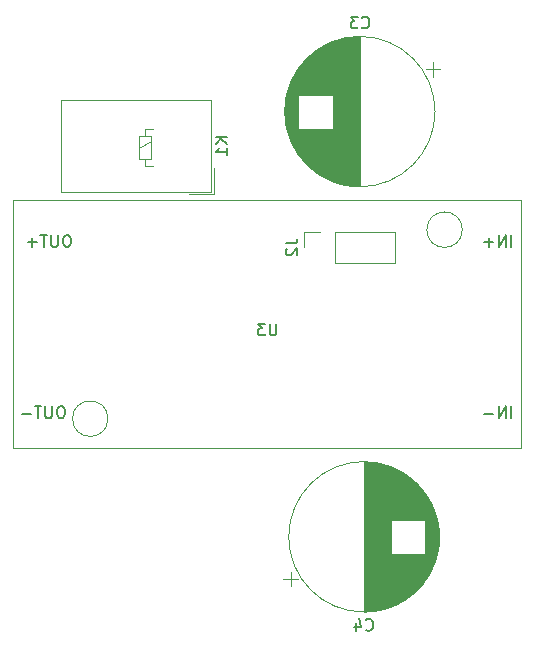
<source format=gbo>
G04 #@! TF.GenerationSoftware,KiCad,Pcbnew,(6.0.1)*
G04 #@! TF.CreationDate,2022-02-25T16:24:57+09:00*
G04 #@! TF.ProjectId,kick-drib-2,6b69636b-2d64-4726-9962-2d322e6b6963,V1.1*
G04 #@! TF.SameCoordinates,Original*
G04 #@! TF.FileFunction,Legend,Bot*
G04 #@! TF.FilePolarity,Positive*
%FSLAX46Y46*%
G04 Gerber Fmt 4.6, Leading zero omitted, Abs format (unit mm)*
G04 Created by KiCad (PCBNEW (6.0.1)) date 2022-02-25 16:24:57*
%MOMM*%
%LPD*%
G01*
G04 APERTURE LIST*
%ADD10C,0.150000*%
%ADD11C,0.120000*%
G04 APERTURE END LIST*
D10*
X83342666Y-140857142D02*
X83390285Y-140904761D01*
X83533142Y-140952380D01*
X83628380Y-140952380D01*
X83771238Y-140904761D01*
X83866476Y-140809523D01*
X83914095Y-140714285D01*
X83961714Y-140523809D01*
X83961714Y-140380952D01*
X83914095Y-140190476D01*
X83866476Y-140095238D01*
X83771238Y-140000000D01*
X83628380Y-139952380D01*
X83533142Y-139952380D01*
X83390285Y-140000000D01*
X83342666Y-140047619D01*
X82485523Y-140285714D02*
X82485523Y-140952380D01*
X82723619Y-139904761D02*
X82961714Y-140619047D01*
X82342666Y-140619047D01*
X75761904Y-114952380D02*
X75761904Y-115761904D01*
X75714285Y-115857142D01*
X75666666Y-115904761D01*
X75571428Y-115952380D01*
X75380952Y-115952380D01*
X75285714Y-115904761D01*
X75238095Y-115857142D01*
X75190476Y-115761904D01*
X75190476Y-114952380D01*
X74809523Y-114952380D02*
X74190476Y-114952380D01*
X74523809Y-115333333D01*
X74380952Y-115333333D01*
X74285714Y-115380952D01*
X74238095Y-115428571D01*
X74190476Y-115523809D01*
X74190476Y-115761904D01*
X74238095Y-115857142D01*
X74285714Y-115904761D01*
X74380952Y-115952380D01*
X74666666Y-115952380D01*
X74761904Y-115904761D01*
X74809523Y-115857142D01*
X57619047Y-121952380D02*
X57428571Y-121952380D01*
X57333333Y-122000000D01*
X57238095Y-122095238D01*
X57190476Y-122285714D01*
X57190476Y-122619047D01*
X57238095Y-122809523D01*
X57333333Y-122904761D01*
X57428571Y-122952380D01*
X57619047Y-122952380D01*
X57714285Y-122904761D01*
X57809523Y-122809523D01*
X57857142Y-122619047D01*
X57857142Y-122285714D01*
X57809523Y-122095238D01*
X57714285Y-122000000D01*
X57619047Y-121952380D01*
X56761904Y-121952380D02*
X56761904Y-122761904D01*
X56714285Y-122857142D01*
X56666666Y-122904761D01*
X56571428Y-122952380D01*
X56380952Y-122952380D01*
X56285714Y-122904761D01*
X56238095Y-122857142D01*
X56190476Y-122761904D01*
X56190476Y-121952380D01*
X55857142Y-121952380D02*
X55285714Y-121952380D01*
X55571428Y-122952380D02*
X55571428Y-121952380D01*
X54952380Y-122571428D02*
X54190476Y-122571428D01*
X95642857Y-122952380D02*
X95642857Y-121952380D01*
X95166666Y-122952380D02*
X95166666Y-121952380D01*
X94595238Y-122952380D01*
X94595238Y-121952380D01*
X94119047Y-122571428D02*
X93357142Y-122571428D01*
X95642857Y-108452380D02*
X95642857Y-107452380D01*
X95166666Y-108452380D02*
X95166666Y-107452380D01*
X94595238Y-108452380D01*
X94595238Y-107452380D01*
X94119047Y-108071428D02*
X93357142Y-108071428D01*
X93738095Y-108452380D02*
X93738095Y-107690476D01*
X58119047Y-107452380D02*
X57928571Y-107452380D01*
X57833333Y-107500000D01*
X57738095Y-107595238D01*
X57690476Y-107785714D01*
X57690476Y-108119047D01*
X57738095Y-108309523D01*
X57833333Y-108404761D01*
X57928571Y-108452380D01*
X58119047Y-108452380D01*
X58214285Y-108404761D01*
X58309523Y-108309523D01*
X58357142Y-108119047D01*
X58357142Y-107785714D01*
X58309523Y-107595238D01*
X58214285Y-107500000D01*
X58119047Y-107452380D01*
X57261904Y-107452380D02*
X57261904Y-108261904D01*
X57214285Y-108357142D01*
X57166666Y-108404761D01*
X57071428Y-108452380D01*
X56880952Y-108452380D01*
X56785714Y-108404761D01*
X56738095Y-108357142D01*
X56690476Y-108261904D01*
X56690476Y-107452380D01*
X56357142Y-107452380D02*
X55785714Y-107452380D01*
X56071428Y-108452380D02*
X56071428Y-107452380D01*
X55452380Y-108071428D02*
X54690476Y-108071428D01*
X55071428Y-108452380D02*
X55071428Y-107690476D01*
X71609880Y-99169404D02*
X70609880Y-99169404D01*
X71609880Y-99740833D02*
X71038452Y-99312261D01*
X70609880Y-99740833D02*
X71181309Y-99169404D01*
X71609880Y-100693214D02*
X71609880Y-100121785D01*
X71609880Y-100407500D02*
X70609880Y-100407500D01*
X70752738Y-100312261D01*
X70847976Y-100217023D01*
X70895595Y-100121785D01*
X82990666Y-89857142D02*
X83038285Y-89904761D01*
X83181142Y-89952380D01*
X83276380Y-89952380D01*
X83419238Y-89904761D01*
X83514476Y-89809523D01*
X83562095Y-89714285D01*
X83609714Y-89523809D01*
X83609714Y-89380952D01*
X83562095Y-89190476D01*
X83514476Y-89095238D01*
X83419238Y-89000000D01*
X83276380Y-88952380D01*
X83181142Y-88952380D01*
X83038285Y-89000000D01*
X82990666Y-89047619D01*
X82657333Y-88952380D02*
X82038285Y-88952380D01*
X82371619Y-89333333D01*
X82228761Y-89333333D01*
X82133523Y-89380952D01*
X82085904Y-89428571D01*
X82038285Y-89523809D01*
X82038285Y-89761904D01*
X82085904Y-89857142D01*
X82133523Y-89904761D01*
X82228761Y-89952380D01*
X82514476Y-89952380D01*
X82609714Y-89904761D01*
X82657333Y-89857142D01*
X76542380Y-108166666D02*
X77256666Y-108166666D01*
X77399523Y-108119047D01*
X77494761Y-108023809D01*
X77542380Y-107880952D01*
X77542380Y-107785714D01*
X76637619Y-108595238D02*
X76590000Y-108642857D01*
X76542380Y-108738095D01*
X76542380Y-108976190D01*
X76590000Y-109071428D01*
X76637619Y-109119047D01*
X76732857Y-109166666D01*
X76828095Y-109166666D01*
X76970952Y-109119047D01*
X77542380Y-108547619D01*
X77542380Y-109166666D01*
D11*
X85297000Y-138967000D02*
X85297000Y-127033000D01*
X87777000Y-131560000D02*
X87777000Y-128633000D01*
X84217000Y-139245000D02*
X84217000Y-126755000D01*
X87857000Y-131560000D02*
X87857000Y-128718000D01*
X87937000Y-131560000D02*
X87937000Y-128806000D01*
X86097000Y-138622000D02*
X86097000Y-134440000D01*
X85617000Y-138845000D02*
X85617000Y-134440000D01*
X85737000Y-131560000D02*
X85737000Y-127207000D01*
X85857000Y-138739000D02*
X85857000Y-134440000D01*
X86057000Y-131560000D02*
X86057000Y-127358000D01*
X88097000Y-131560000D02*
X88097000Y-128993000D01*
X86697000Y-131560000D02*
X86697000Y-127730000D01*
X84257000Y-139238000D02*
X84257000Y-126762000D01*
X85577000Y-131560000D02*
X85577000Y-127139000D01*
X86177000Y-138580000D02*
X86177000Y-134440000D01*
X86137000Y-138601000D02*
X86137000Y-134440000D01*
X87617000Y-137528000D02*
X87617000Y-134440000D01*
X86377000Y-138468000D02*
X86377000Y-134440000D01*
X84137000Y-139258000D02*
X84137000Y-126742000D01*
X87657000Y-131560000D02*
X87657000Y-128511000D01*
X86737000Y-138243000D02*
X86737000Y-134440000D01*
X85497000Y-131560000D02*
X85497000Y-127107000D01*
X88737000Y-136069000D02*
X88737000Y-129931000D01*
X76358918Y-136575000D02*
X77608918Y-136575000D01*
X89497000Y-133757000D02*
X89497000Y-132243000D01*
X88817000Y-135921000D02*
X88817000Y-130079000D01*
X86057000Y-138642000D02*
X86057000Y-134440000D01*
X87577000Y-131560000D02*
X87577000Y-128433000D01*
X85937000Y-131560000D02*
X85937000Y-127298000D01*
X88177000Y-136907000D02*
X88177000Y-134440000D01*
X88297000Y-131560000D02*
X88297000Y-129250000D01*
X86617000Y-138322000D02*
X86617000Y-134440000D01*
X84297000Y-139231000D02*
X84297000Y-126769000D01*
X86937000Y-138102000D02*
X86937000Y-134440000D01*
X85257000Y-138981000D02*
X85257000Y-127019000D01*
X88137000Y-136957000D02*
X88137000Y-134440000D01*
X83977000Y-139280000D02*
X83977000Y-126720000D01*
X88857000Y-135844000D02*
X88857000Y-130156000D01*
X83376000Y-139327000D02*
X83376000Y-126673000D01*
X85017000Y-139059000D02*
X85017000Y-126941000D01*
X87257000Y-137852000D02*
X87257000Y-134440000D01*
X84097000Y-139264000D02*
X84097000Y-126736000D01*
X86817000Y-131560000D02*
X86817000Y-127812000D01*
X87137000Y-131560000D02*
X87137000Y-128050000D01*
X87537000Y-137605000D02*
X87537000Y-134440000D01*
X88377000Y-136640000D02*
X88377000Y-129360000D01*
X85897000Y-131560000D02*
X85897000Y-127279000D01*
X84897000Y-139094000D02*
X84897000Y-126906000D01*
X83937000Y-139285000D02*
X83937000Y-126715000D01*
X88097000Y-137007000D02*
X88097000Y-134440000D01*
X86137000Y-131560000D02*
X86137000Y-127399000D01*
X89177000Y-135100000D02*
X89177000Y-130900000D01*
X85657000Y-138828000D02*
X85657000Y-134440000D01*
X86537000Y-138372000D02*
X86537000Y-134440000D01*
X86297000Y-138514000D02*
X86297000Y-134440000D01*
X85737000Y-138793000D02*
X85737000Y-134440000D01*
X86897000Y-138131000D02*
X86897000Y-134440000D01*
X86857000Y-138160000D02*
X86857000Y-134440000D01*
X85857000Y-131560000D02*
X85857000Y-127261000D01*
X87177000Y-137918000D02*
X87177000Y-134440000D01*
X86817000Y-138188000D02*
X86817000Y-134440000D01*
X86417000Y-138445000D02*
X86417000Y-134440000D01*
X87697000Y-131560000D02*
X87697000Y-128551000D01*
X89297000Y-134728000D02*
X89297000Y-131272000D01*
X89337000Y-134583000D02*
X89337000Y-131417000D01*
X86337000Y-131560000D02*
X86337000Y-127509000D01*
X87217000Y-137885000D02*
X87217000Y-134440000D01*
X88937000Y-135681000D02*
X88937000Y-130319000D01*
X87417000Y-137714000D02*
X87417000Y-134440000D01*
X84497000Y-139192000D02*
X84497000Y-126808000D01*
X86017000Y-138662000D02*
X86017000Y-134440000D01*
X85097000Y-139034000D02*
X85097000Y-126966000D01*
X88257000Y-131560000D02*
X88257000Y-129196000D01*
X87617000Y-131560000D02*
X87617000Y-128472000D01*
X86497000Y-131560000D02*
X86497000Y-127603000D01*
X84817000Y-139116000D02*
X84817000Y-126884000D01*
X85377000Y-138939000D02*
X85377000Y-127061000D01*
X86777000Y-131560000D02*
X86777000Y-127784000D01*
X83536000Y-139320000D02*
X83536000Y-126680000D01*
X85817000Y-131560000D02*
X85817000Y-127242000D01*
X88457000Y-136524000D02*
X88457000Y-129476000D01*
X88497000Y-136464000D02*
X88497000Y-129536000D01*
X86657000Y-131560000D02*
X86657000Y-127704000D01*
X83736000Y-139306000D02*
X83736000Y-126694000D01*
X84617000Y-139166000D02*
X84617000Y-126834000D01*
X86697000Y-138270000D02*
X86697000Y-134440000D01*
X85937000Y-138702000D02*
X85937000Y-134440000D01*
X85977000Y-131560000D02*
X85977000Y-127318000D01*
X88297000Y-136750000D02*
X88297000Y-134440000D01*
X89217000Y-134984000D02*
X89217000Y-131016000D01*
X84657000Y-139156000D02*
X84657000Y-126844000D01*
X87977000Y-137148000D02*
X87977000Y-134440000D01*
X87457000Y-137678000D02*
X87457000Y-134440000D01*
X89137000Y-135209000D02*
X89137000Y-130791000D01*
X88057000Y-131560000D02*
X88057000Y-128945000D01*
X83336000Y-139328000D02*
X83336000Y-126672000D01*
X87937000Y-137194000D02*
X87937000Y-134440000D01*
X86217000Y-138558000D02*
X86217000Y-134440000D01*
X86617000Y-131560000D02*
X86617000Y-127678000D01*
X88337000Y-136696000D02*
X88337000Y-134440000D01*
X85457000Y-138908000D02*
X85457000Y-127092000D01*
X76983918Y-137200000D02*
X76983918Y-135950000D01*
X86097000Y-131560000D02*
X86097000Y-127378000D01*
X86857000Y-131560000D02*
X86857000Y-127840000D01*
X84337000Y-139224000D02*
X84337000Y-126776000D01*
X87377000Y-131560000D02*
X87377000Y-128250000D01*
X85217000Y-138995000D02*
X85217000Y-127005000D01*
X85897000Y-138721000D02*
X85897000Y-134440000D01*
X83656000Y-139312000D02*
X83656000Y-126688000D01*
X83897000Y-139290000D02*
X83897000Y-126710000D01*
X89257000Y-134861000D02*
X89257000Y-131139000D01*
X83776000Y-139302000D02*
X83776000Y-126698000D01*
X84377000Y-139216000D02*
X84377000Y-126784000D01*
X87017000Y-131560000D02*
X87017000Y-127957000D01*
X85337000Y-138953000D02*
X85337000Y-127047000D01*
X89017000Y-135504000D02*
X89017000Y-130496000D01*
X86977000Y-138073000D02*
X86977000Y-134440000D01*
X83216000Y-139330000D02*
X83216000Y-126670000D01*
X88177000Y-131560000D02*
X88177000Y-129093000D01*
X86417000Y-131560000D02*
X86417000Y-127555000D01*
X86777000Y-138216000D02*
X86777000Y-134440000D01*
X86737000Y-131560000D02*
X86737000Y-127757000D01*
X83696000Y-139309000D02*
X83696000Y-126691000D01*
X87057000Y-138012000D02*
X87057000Y-134440000D01*
X86457000Y-138421000D02*
X86457000Y-134440000D01*
X84977000Y-139071000D02*
X84977000Y-126929000D01*
X87817000Y-131560000D02*
X87817000Y-128675000D01*
X84537000Y-139184000D02*
X84537000Y-126816000D01*
X84697000Y-139146000D02*
X84697000Y-126854000D01*
X88017000Y-137102000D02*
X88017000Y-134440000D01*
X87457000Y-131560000D02*
X87457000Y-128322000D01*
X88577000Y-136339000D02*
X88577000Y-129661000D01*
X87217000Y-131560000D02*
X87217000Y-128115000D01*
X89377000Y-134422000D02*
X89377000Y-131578000D01*
X86177000Y-131560000D02*
X86177000Y-127420000D01*
X86457000Y-131560000D02*
X86457000Y-127579000D01*
X88537000Y-136402000D02*
X88537000Y-129598000D01*
X87257000Y-131560000D02*
X87257000Y-128148000D01*
X84177000Y-139252000D02*
X84177000Y-126748000D01*
X87817000Y-137325000D02*
X87817000Y-134440000D01*
X87497000Y-137642000D02*
X87497000Y-134440000D01*
X88777000Y-135996000D02*
X88777000Y-130004000D01*
X86337000Y-138491000D02*
X86337000Y-134440000D01*
X88617000Y-136275000D02*
X88617000Y-129725000D01*
X87137000Y-137950000D02*
X87137000Y-134440000D01*
X83576000Y-139318000D02*
X83576000Y-126682000D01*
X89097000Y-135312000D02*
X89097000Y-130688000D01*
X88657000Y-136208000D02*
X88657000Y-129792000D01*
X86657000Y-138296000D02*
X86657000Y-134440000D01*
X86257000Y-131560000D02*
X86257000Y-127464000D01*
X85057000Y-139047000D02*
X85057000Y-126953000D01*
X85697000Y-138811000D02*
X85697000Y-134440000D01*
X87857000Y-137282000D02*
X87857000Y-134440000D01*
X87297000Y-137819000D02*
X87297000Y-134440000D01*
X85177000Y-139008000D02*
X85177000Y-126992000D01*
X83616000Y-139315000D02*
X83616000Y-126685000D01*
X86537000Y-131560000D02*
X86537000Y-127628000D01*
X85417000Y-138924000D02*
X85417000Y-127076000D01*
X87337000Y-131560000D02*
X87337000Y-128215000D01*
X87177000Y-131560000D02*
X87177000Y-128082000D01*
X87497000Y-131560000D02*
X87497000Y-128358000D01*
X86897000Y-131560000D02*
X86897000Y-127869000D01*
X87537000Y-131560000D02*
X87537000Y-128395000D01*
X86297000Y-131560000D02*
X86297000Y-127486000D01*
X84577000Y-139175000D02*
X84577000Y-126825000D01*
X84937000Y-139083000D02*
X84937000Y-126917000D01*
X83456000Y-139324000D02*
X83456000Y-126676000D01*
X86977000Y-131560000D02*
X86977000Y-127927000D01*
X86497000Y-138397000D02*
X86497000Y-134440000D01*
X87777000Y-137367000D02*
X87777000Y-134440000D01*
X83416000Y-139326000D02*
X83416000Y-126674000D01*
X85697000Y-131560000D02*
X85697000Y-127189000D01*
X86577000Y-131560000D02*
X86577000Y-127653000D01*
X83496000Y-139322000D02*
X83496000Y-126678000D01*
X88137000Y-131560000D02*
X88137000Y-129043000D01*
X87297000Y-131560000D02*
X87297000Y-128181000D01*
X89457000Y-134028000D02*
X89457000Y-131972000D01*
X87897000Y-137238000D02*
X87897000Y-134440000D01*
X87977000Y-131560000D02*
X87977000Y-128852000D01*
X88417000Y-136583000D02*
X88417000Y-129417000D01*
X87417000Y-131560000D02*
X87417000Y-128286000D01*
X88697000Y-136140000D02*
X88697000Y-129860000D01*
X84857000Y-139105000D02*
X84857000Y-126895000D01*
X86217000Y-131560000D02*
X86217000Y-127442000D01*
X88897000Y-135764000D02*
X88897000Y-130236000D01*
X85777000Y-131560000D02*
X85777000Y-127224000D01*
X87377000Y-137750000D02*
X87377000Y-134440000D01*
X87097000Y-137982000D02*
X87097000Y-134440000D01*
X87737000Y-131560000D02*
X87737000Y-128592000D01*
X85617000Y-131560000D02*
X85617000Y-127155000D01*
X84017000Y-139275000D02*
X84017000Y-126725000D01*
X85537000Y-138877000D02*
X85537000Y-134440000D01*
X84737000Y-139137000D02*
X84737000Y-126863000D01*
X88217000Y-136856000D02*
X88217000Y-134440000D01*
X88257000Y-136804000D02*
X88257000Y-134440000D01*
X88017000Y-131560000D02*
X88017000Y-128898000D01*
X86577000Y-138347000D02*
X86577000Y-134440000D01*
X87657000Y-137489000D02*
X87657000Y-134440000D01*
X85817000Y-138758000D02*
X85817000Y-134440000D01*
X83816000Y-139298000D02*
X83816000Y-126702000D01*
X86377000Y-131560000D02*
X86377000Y-127532000D01*
X89057000Y-135410000D02*
X89057000Y-130590000D01*
X83296000Y-139329000D02*
X83296000Y-126671000D01*
X83176000Y-139330000D02*
X83176000Y-126670000D01*
X87697000Y-137449000D02*
X87697000Y-134440000D01*
X85537000Y-131560000D02*
X85537000Y-127123000D01*
X84057000Y-139269000D02*
X84057000Y-126731000D01*
X85137000Y-139021000D02*
X85137000Y-126979000D01*
X88057000Y-137055000D02*
X88057000Y-134440000D01*
X85657000Y-131560000D02*
X85657000Y-127172000D01*
X87097000Y-131560000D02*
X87097000Y-128018000D01*
X85497000Y-138893000D02*
X85497000Y-134440000D01*
X89417000Y-134241000D02*
X89417000Y-131759000D01*
X86937000Y-131560000D02*
X86937000Y-127898000D01*
X86017000Y-131560000D02*
X86017000Y-127338000D01*
X87577000Y-137567000D02*
X87577000Y-134440000D01*
X87337000Y-137785000D02*
X87337000Y-134440000D01*
X87057000Y-131560000D02*
X87057000Y-127988000D01*
X87017000Y-138043000D02*
X87017000Y-134440000D01*
X83856000Y-139294000D02*
X83856000Y-126706000D01*
X86257000Y-138536000D02*
X86257000Y-134440000D01*
X84457000Y-139201000D02*
X84457000Y-126799000D01*
X85777000Y-138776000D02*
X85777000Y-134440000D01*
X85577000Y-138861000D02*
X85577000Y-134440000D01*
X88337000Y-131560000D02*
X88337000Y-129304000D01*
X88977000Y-135594000D02*
X88977000Y-130406000D01*
X83256000Y-139330000D02*
X83256000Y-126670000D01*
X87897000Y-131560000D02*
X87897000Y-128762000D01*
X87737000Y-137408000D02*
X87737000Y-134440000D01*
X88217000Y-131560000D02*
X88217000Y-129144000D01*
X85977000Y-138682000D02*
X85977000Y-134440000D01*
X89537000Y-133317000D02*
X89537000Y-132683000D01*
X84777000Y-139126000D02*
X84777000Y-126874000D01*
X84417000Y-139209000D02*
X84417000Y-126791000D01*
X89546000Y-133000000D02*
G75*
G03*
X89546000Y-133000000I-6370000J0D01*
G01*
X96500000Y-125500000D02*
X96500000Y-104500000D01*
X96500000Y-104500000D02*
X53500000Y-104500000D01*
X53500000Y-125500000D02*
X96500000Y-125500000D01*
X53500000Y-104500000D02*
X53500000Y-125500000D01*
X91500000Y-107000000D02*
G75*
G03*
X91500000Y-107000000I-1500000J0D01*
G01*
X61500000Y-123000000D02*
G75*
G03*
X61500000Y-123000000I-1500000J0D01*
G01*
X65147500Y-99080500D02*
X65147500Y-100985500D01*
X70457500Y-104007500D02*
X70457500Y-101807500D01*
X70257500Y-96007500D02*
X57557500Y-96007500D01*
X64639500Y-101645500D02*
X64639500Y-100985500D01*
X68357500Y-104007500D02*
X70457500Y-104007500D01*
X57557500Y-103807500D02*
X70257500Y-103807500D01*
X57557500Y-96007500D02*
X57557500Y-103807500D01*
X65147500Y-99080500D02*
X64131500Y-99080500D01*
X64131500Y-100985500D02*
X64131500Y-99080500D01*
X65147500Y-100985500D02*
X64131500Y-100985500D01*
X64639500Y-98445500D02*
X64639500Y-99080500D01*
X65274500Y-101645500D02*
X64639500Y-101645500D01*
X65274500Y-98445500D02*
X64639500Y-98445500D01*
X70257500Y-103807500D02*
X70257500Y-96007500D01*
X65147500Y-99461500D02*
X64131500Y-100096500D01*
X80783000Y-91005000D02*
X80783000Y-102995000D01*
X80503000Y-98440000D02*
X80503000Y-102893000D01*
X78703000Y-92181000D02*
X78703000Y-95560000D01*
X78863000Y-92050000D02*
X78863000Y-95560000D01*
X80343000Y-91172000D02*
X80343000Y-95560000D01*
X80183000Y-98440000D02*
X80183000Y-102758000D01*
X82344000Y-90688000D02*
X82344000Y-103312000D01*
X79023000Y-98440000D02*
X79023000Y-102073000D01*
X77023000Y-94406000D02*
X77023000Y-99594000D01*
X81143000Y-90895000D02*
X81143000Y-103105000D01*
X80903000Y-90966000D02*
X80903000Y-103034000D01*
X79103000Y-98440000D02*
X79103000Y-102131000D01*
X76983000Y-94496000D02*
X76983000Y-99504000D01*
X81623000Y-90784000D02*
X81623000Y-103216000D01*
X79583000Y-91555000D02*
X79583000Y-95560000D01*
X82464000Y-90680000D02*
X82464000Y-103320000D01*
X81223000Y-90874000D02*
X81223000Y-103126000D01*
X79703000Y-91486000D02*
X79703000Y-95560000D01*
X76543000Y-95972000D02*
X76543000Y-98028000D01*
X78823000Y-92082000D02*
X78823000Y-95560000D01*
X78503000Y-92358000D02*
X78503000Y-95560000D01*
X76863000Y-94791000D02*
X76863000Y-99209000D01*
X77743000Y-98440000D02*
X77743000Y-100804000D01*
X81743000Y-90762000D02*
X81743000Y-103238000D01*
X78623000Y-98440000D02*
X78623000Y-101750000D01*
X78543000Y-92322000D02*
X78543000Y-95560000D01*
X76503000Y-96243000D02*
X76503000Y-97757000D01*
X80103000Y-91279000D02*
X80103000Y-95560000D01*
X82584000Y-90674000D02*
X82584000Y-103326000D01*
X79663000Y-91509000D02*
X79663000Y-95560000D01*
X80303000Y-91189000D02*
X80303000Y-95560000D01*
X79023000Y-91927000D02*
X79023000Y-95560000D01*
X79063000Y-91898000D02*
X79063000Y-95560000D01*
X79503000Y-91603000D02*
X79503000Y-95560000D01*
X78583000Y-92286000D02*
X78583000Y-95560000D01*
X78063000Y-98440000D02*
X78063000Y-101194000D01*
X80583000Y-91076000D02*
X80583000Y-102924000D01*
X78103000Y-98440000D02*
X78103000Y-101238000D01*
X82504000Y-90678000D02*
X82504000Y-103322000D01*
X82063000Y-90715000D02*
X82063000Y-103285000D01*
X80223000Y-98440000D02*
X80223000Y-102776000D01*
X81543000Y-90799000D02*
X81543000Y-103201000D01*
X76623000Y-95578000D02*
X76623000Y-98422000D01*
X80863000Y-90979000D02*
X80863000Y-103021000D01*
X77903000Y-92993000D02*
X77903000Y-95560000D01*
X81503000Y-90808000D02*
X81503000Y-103192000D01*
X79543000Y-91579000D02*
X79543000Y-95560000D01*
X76823000Y-94900000D02*
X76823000Y-99100000D01*
X79943000Y-98440000D02*
X79943000Y-102642000D01*
X78903000Y-98440000D02*
X78903000Y-101982000D01*
X79063000Y-98440000D02*
X79063000Y-102102000D01*
X80263000Y-91207000D02*
X80263000Y-95560000D01*
X77303000Y-93860000D02*
X77303000Y-100140000D01*
X76783000Y-95016000D02*
X76783000Y-98984000D01*
X81383000Y-90834000D02*
X81383000Y-103166000D01*
X77943000Y-92945000D02*
X77943000Y-95560000D01*
X82704000Y-90671000D02*
X82704000Y-103329000D01*
X79263000Y-98440000D02*
X79263000Y-102243000D01*
X81983000Y-90725000D02*
X81983000Y-103275000D01*
X79823000Y-98440000D02*
X79823000Y-102580000D01*
X78023000Y-92852000D02*
X78023000Y-95560000D01*
X82744000Y-90670000D02*
X82744000Y-103330000D01*
X78663000Y-98440000D02*
X78663000Y-101785000D01*
X80623000Y-91061000D02*
X80623000Y-102939000D01*
X81023000Y-90929000D02*
X81023000Y-103071000D01*
X81903000Y-90736000D02*
X81903000Y-103264000D01*
X77983000Y-98440000D02*
X77983000Y-101102000D01*
X79623000Y-91532000D02*
X79623000Y-95560000D01*
X80023000Y-91318000D02*
X80023000Y-95560000D01*
X81663000Y-90776000D02*
X81663000Y-103224000D01*
X77903000Y-98440000D02*
X77903000Y-101007000D01*
X77783000Y-93144000D02*
X77783000Y-95560000D01*
X80383000Y-91155000D02*
X80383000Y-95560000D01*
X81343000Y-90844000D02*
X81343000Y-103156000D01*
X77343000Y-93792000D02*
X77343000Y-100208000D01*
X78423000Y-98440000D02*
X78423000Y-101567000D01*
X82424000Y-90682000D02*
X82424000Y-103318000D01*
X79383000Y-98440000D02*
X79383000Y-102322000D01*
X79743000Y-91464000D02*
X79743000Y-95560000D01*
X81303000Y-90854000D02*
X81303000Y-103146000D01*
X80823000Y-90992000D02*
X80823000Y-103008000D01*
X78263000Y-92592000D02*
X78263000Y-95560000D01*
X77703000Y-98440000D02*
X77703000Y-100750000D01*
X79623000Y-98440000D02*
X79623000Y-102468000D01*
X80943000Y-90953000D02*
X80943000Y-103047000D01*
X78183000Y-92675000D02*
X78183000Y-95560000D01*
X80463000Y-91123000D02*
X80463000Y-95560000D01*
X79943000Y-91358000D02*
X79943000Y-95560000D01*
X80343000Y-98440000D02*
X80343000Y-102828000D01*
X80023000Y-98440000D02*
X80023000Y-102682000D01*
X79863000Y-98440000D02*
X79863000Y-102601000D01*
X79823000Y-91420000D02*
X79823000Y-95560000D01*
X78543000Y-98440000D02*
X78543000Y-101678000D01*
X78183000Y-98440000D02*
X78183000Y-101325000D01*
X82304000Y-90691000D02*
X82304000Y-103309000D01*
X79903000Y-98440000D02*
X79903000Y-102622000D01*
X78663000Y-92215000D02*
X78663000Y-95560000D01*
X81103000Y-90906000D02*
X81103000Y-103094000D01*
X78983000Y-98440000D02*
X78983000Y-102043000D01*
X81183000Y-90884000D02*
X81183000Y-103116000D01*
X79463000Y-98440000D02*
X79463000Y-102372000D01*
X79903000Y-91378000D02*
X79903000Y-95560000D01*
X80423000Y-98440000D02*
X80423000Y-102861000D01*
X80143000Y-98440000D02*
X80143000Y-102739000D01*
X78983000Y-91957000D02*
X78983000Y-95560000D01*
X77423000Y-93661000D02*
X77423000Y-100339000D01*
X82224000Y-90698000D02*
X82224000Y-103302000D01*
X80183000Y-91242000D02*
X80183000Y-95560000D01*
X78823000Y-98440000D02*
X78823000Y-101918000D01*
X77863000Y-93043000D02*
X77863000Y-95560000D01*
X79183000Y-91812000D02*
X79183000Y-95560000D01*
X78263000Y-98440000D02*
X78263000Y-101408000D01*
X79543000Y-98440000D02*
X79543000Y-102421000D01*
X80103000Y-98440000D02*
X80103000Y-102721000D01*
X81583000Y-90791000D02*
X81583000Y-103209000D01*
X79223000Y-98440000D02*
X79223000Y-102216000D01*
X77703000Y-93250000D02*
X77703000Y-95560000D01*
X79343000Y-91704000D02*
X79343000Y-95560000D01*
X79343000Y-98440000D02*
X79343000Y-102296000D01*
X78303000Y-92551000D02*
X78303000Y-95560000D01*
X78583000Y-98440000D02*
X78583000Y-101714000D01*
X79983000Y-98440000D02*
X79983000Y-102662000D01*
X79423000Y-98440000D02*
X79423000Y-102347000D01*
X81863000Y-90742000D02*
X81863000Y-103258000D01*
X78303000Y-98440000D02*
X78303000Y-101449000D01*
X77983000Y-92898000D02*
X77983000Y-95560000D01*
X79263000Y-91757000D02*
X79263000Y-95560000D01*
X81423000Y-90825000D02*
X81423000Y-103175000D01*
X82103000Y-90710000D02*
X82103000Y-103290000D01*
X78223000Y-92633000D02*
X78223000Y-95560000D01*
X77543000Y-93476000D02*
X77543000Y-100524000D01*
X79863000Y-91399000D02*
X79863000Y-95560000D01*
X82824000Y-90670000D02*
X82824000Y-103330000D01*
X78423000Y-92433000D02*
X78423000Y-95560000D01*
X79143000Y-98440000D02*
X79143000Y-102160000D01*
X80223000Y-91224000D02*
X80223000Y-95560000D01*
X78903000Y-92018000D02*
X78903000Y-95560000D01*
X81463000Y-90816000D02*
X81463000Y-103184000D01*
X79303000Y-91730000D02*
X79303000Y-95560000D01*
X82544000Y-90676000D02*
X82544000Y-103324000D01*
X81703000Y-90769000D02*
X81703000Y-103231000D01*
X77743000Y-93196000D02*
X77743000Y-95560000D01*
X77663000Y-93304000D02*
X77663000Y-95560000D01*
X80703000Y-91033000D02*
X80703000Y-102967000D01*
X79103000Y-91869000D02*
X79103000Y-95560000D01*
X80383000Y-98440000D02*
X80383000Y-102845000D01*
X79503000Y-98440000D02*
X79503000Y-102397000D01*
X76463000Y-96683000D02*
X76463000Y-97317000D01*
X81263000Y-90863000D02*
X81263000Y-103137000D01*
X77143000Y-94156000D02*
X77143000Y-99844000D01*
X77183000Y-94079000D02*
X77183000Y-99921000D01*
X79783000Y-91442000D02*
X79783000Y-95560000D01*
X77823000Y-98440000D02*
X77823000Y-100907000D01*
X82664000Y-90672000D02*
X82664000Y-103328000D01*
X89641082Y-93425000D02*
X88391082Y-93425000D01*
X77223000Y-94004000D02*
X77223000Y-99996000D01*
X80303000Y-98440000D02*
X80303000Y-102811000D01*
X82264000Y-90694000D02*
X82264000Y-103306000D01*
X78503000Y-98440000D02*
X78503000Y-101642000D01*
X77663000Y-98440000D02*
X77663000Y-100696000D01*
X77823000Y-93093000D02*
X77823000Y-95560000D01*
X79463000Y-91628000D02*
X79463000Y-95560000D01*
X79383000Y-91678000D02*
X79383000Y-95560000D01*
X78703000Y-98440000D02*
X78703000Y-101819000D01*
X80663000Y-91047000D02*
X80663000Y-102953000D01*
X79223000Y-91784000D02*
X79223000Y-95560000D01*
X78223000Y-98440000D02*
X78223000Y-101367000D01*
X77463000Y-93598000D02*
X77463000Y-100402000D01*
X81783000Y-90755000D02*
X81783000Y-103245000D01*
X80463000Y-98440000D02*
X80463000Y-102877000D01*
X89016082Y-92800000D02*
X89016082Y-94050000D01*
X78863000Y-98440000D02*
X78863000Y-101950000D01*
X78143000Y-98440000D02*
X78143000Y-101282000D01*
X79423000Y-91653000D02*
X79423000Y-95560000D01*
X81823000Y-90748000D02*
X81823000Y-103252000D01*
X77863000Y-98440000D02*
X77863000Y-100957000D01*
X76703000Y-95272000D02*
X76703000Y-98728000D01*
X82144000Y-90706000D02*
X82144000Y-103294000D01*
X79303000Y-98440000D02*
X79303000Y-102270000D01*
X76903000Y-94688000D02*
X76903000Y-99312000D01*
X82624000Y-90673000D02*
X82624000Y-103327000D01*
X82184000Y-90702000D02*
X82184000Y-103298000D01*
X82023000Y-90720000D02*
X82023000Y-103280000D01*
X77943000Y-98440000D02*
X77943000Y-101055000D01*
X76943000Y-94590000D02*
X76943000Y-99410000D01*
X77583000Y-93417000D02*
X77583000Y-100583000D01*
X80143000Y-91261000D02*
X80143000Y-95560000D01*
X78383000Y-98440000D02*
X78383000Y-101528000D01*
X82384000Y-90685000D02*
X82384000Y-103315000D01*
X78743000Y-92148000D02*
X78743000Y-95560000D01*
X78143000Y-92718000D02*
X78143000Y-95560000D01*
X77623000Y-93360000D02*
X77623000Y-100640000D01*
X80503000Y-91107000D02*
X80503000Y-95560000D01*
X78743000Y-98440000D02*
X78743000Y-101852000D01*
X80743000Y-91019000D02*
X80743000Y-102981000D01*
X78463000Y-98440000D02*
X78463000Y-101605000D01*
X80063000Y-91298000D02*
X80063000Y-95560000D01*
X77103000Y-94236000D02*
X77103000Y-99764000D01*
X77063000Y-94319000D02*
X77063000Y-99681000D01*
X78943000Y-91988000D02*
X78943000Y-95560000D01*
X77783000Y-98440000D02*
X77783000Y-100856000D01*
X80983000Y-90941000D02*
X80983000Y-103059000D01*
X79703000Y-98440000D02*
X79703000Y-102514000D01*
X77503000Y-93536000D02*
X77503000Y-100464000D01*
X79143000Y-91840000D02*
X79143000Y-95560000D01*
X80063000Y-98440000D02*
X80063000Y-102702000D01*
X79983000Y-91338000D02*
X79983000Y-95560000D01*
X78383000Y-92472000D02*
X78383000Y-95560000D01*
X76583000Y-95759000D02*
X76583000Y-98241000D01*
X78063000Y-92806000D02*
X78063000Y-95560000D01*
X79783000Y-98440000D02*
X79783000Y-102558000D01*
X79743000Y-98440000D02*
X79743000Y-102536000D01*
X77383000Y-93725000D02*
X77383000Y-100275000D01*
X78343000Y-98440000D02*
X78343000Y-101489000D01*
X78623000Y-92250000D02*
X78623000Y-95560000D01*
X76743000Y-95139000D02*
X76743000Y-98861000D01*
X78343000Y-92511000D02*
X78343000Y-95560000D01*
X79663000Y-98440000D02*
X79663000Y-102491000D01*
X78783000Y-98440000D02*
X78783000Y-101885000D01*
X77263000Y-93931000D02*
X77263000Y-100069000D01*
X80263000Y-98440000D02*
X80263000Y-102793000D01*
X78023000Y-98440000D02*
X78023000Y-101148000D01*
X81943000Y-90731000D02*
X81943000Y-103269000D01*
X78463000Y-92395000D02*
X78463000Y-95560000D01*
X80543000Y-91092000D02*
X80543000Y-102908000D01*
X79583000Y-98440000D02*
X79583000Y-102445000D01*
X80423000Y-91139000D02*
X80423000Y-95560000D01*
X76663000Y-95417000D02*
X76663000Y-98583000D01*
X81063000Y-90917000D02*
X81063000Y-103083000D01*
X79183000Y-98440000D02*
X79183000Y-102188000D01*
X78943000Y-98440000D02*
X78943000Y-102012000D01*
X78783000Y-92115000D02*
X78783000Y-95560000D01*
X82784000Y-90670000D02*
X82784000Y-103330000D01*
X78103000Y-92762000D02*
X78103000Y-95560000D01*
X89194000Y-97000000D02*
G75*
G03*
X89194000Y-97000000I-6370000J0D01*
G01*
X85830000Y-107170000D02*
X85830000Y-109830000D01*
X80690000Y-109830000D02*
X85830000Y-109830000D01*
X79420000Y-107170000D02*
X78090000Y-107170000D01*
X80690000Y-107170000D02*
X85830000Y-107170000D01*
X78090000Y-107170000D02*
X78090000Y-108500000D01*
X80690000Y-107170000D02*
X80690000Y-109830000D01*
M02*

</source>
